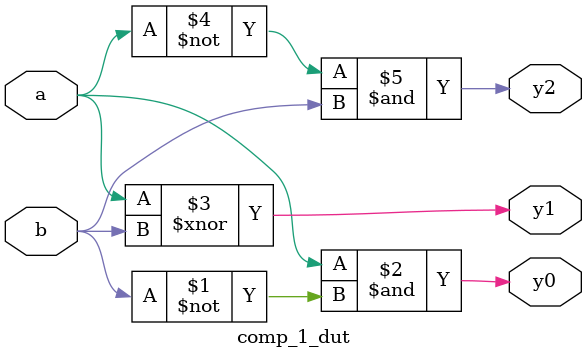
<source format=v>
module comp_1_dut(a,b,y0,y1,y2);
  input a,b;
  output y0,y1,y2;
  assign y0=a&~b;
  assign y1=a~^b;
  assign y2=~a&b;
endmodule


</source>
